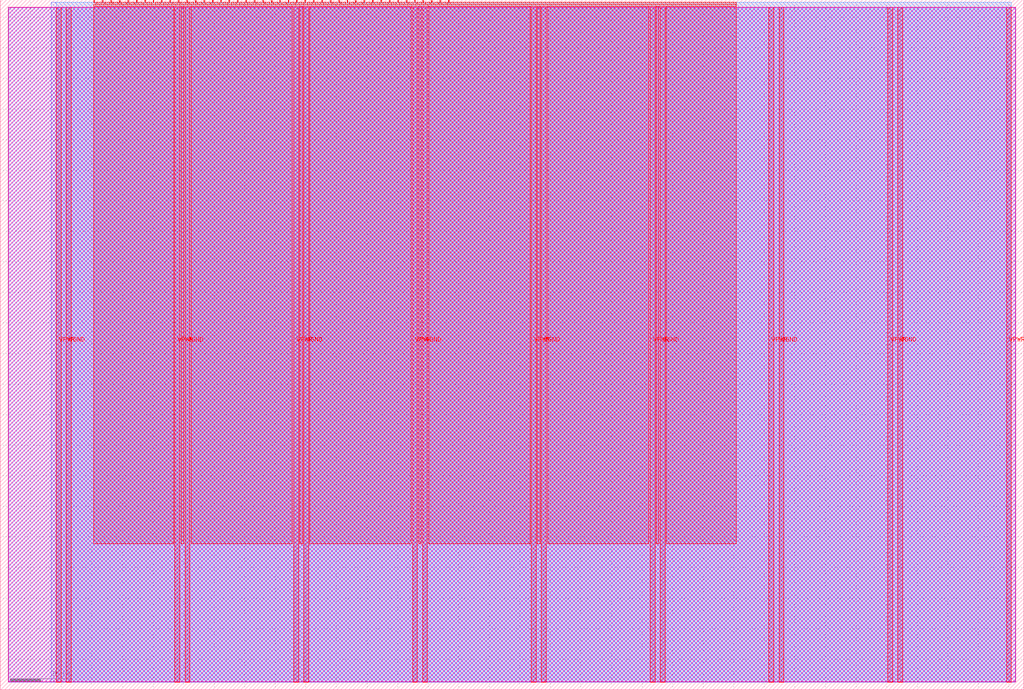
<source format=lef>
VERSION 5.7 ;
  NOWIREEXTENSIONATPIN ON ;
  DIVIDERCHAR "/" ;
  BUSBITCHARS "[]" ;
MACRO tt_um_romless_cordic_engine
  CLASS BLOCK ;
  FOREIGN tt_um_romless_cordic_engine ;
  ORIGIN 0.000 0.000 ;
  SIZE 334.880 BY 225.760 ;
  PIN VGND
    DIRECTION INOUT ;
    USE GROUND ;
    PORT
      LAYER met4 ;
        RECT 21.580 2.480 23.180 223.280 ;
    END
    PORT
      LAYER met4 ;
        RECT 60.450 2.480 62.050 223.280 ;
    END
    PORT
      LAYER met4 ;
        RECT 99.320 2.480 100.920 223.280 ;
    END
    PORT
      LAYER met4 ;
        RECT 138.190 2.480 139.790 223.280 ;
    END
    PORT
      LAYER met4 ;
        RECT 177.060 2.480 178.660 223.280 ;
    END
    PORT
      LAYER met4 ;
        RECT 215.930 2.480 217.530 223.280 ;
    END
    PORT
      LAYER met4 ;
        RECT 254.800 2.480 256.400 223.280 ;
    END
    PORT
      LAYER met4 ;
        RECT 293.670 2.480 295.270 223.280 ;
    END
  END VGND
  PIN VPWR
    DIRECTION INOUT ;
    USE POWER ;
    PORT
      LAYER met4 ;
        RECT 18.280 2.480 19.880 223.280 ;
    END
    PORT
      LAYER met4 ;
        RECT 57.150 2.480 58.750 223.280 ;
    END
    PORT
      LAYER met4 ;
        RECT 96.020 2.480 97.620 223.280 ;
    END
    PORT
      LAYER met4 ;
        RECT 134.890 2.480 136.490 223.280 ;
    END
    PORT
      LAYER met4 ;
        RECT 173.760 2.480 175.360 223.280 ;
    END
    PORT
      LAYER met4 ;
        RECT 212.630 2.480 214.230 223.280 ;
    END
    PORT
      LAYER met4 ;
        RECT 251.500 2.480 253.100 223.280 ;
    END
    PORT
      LAYER met4 ;
        RECT 290.370 2.480 291.970 223.280 ;
    END
    PORT
      LAYER met4 ;
        RECT 329.240 2.480 330.840 223.280 ;
    END
  END VPWR
  PIN clk
    DIRECTION INPUT ;
    USE SIGNAL ;
    ANTENNAGATEAREA 1.286700 ;
    ANTENNADIFFAREA 0.434700 ;
    PORT
      LAYER met4 ;
        RECT 143.830 224.760 144.130 225.760 ;
    END
  END clk
  PIN ena
    DIRECTION INPUT ;
    USE SIGNAL ;
    PORT
      LAYER met4 ;
        RECT 146.590 224.760 146.890 225.760 ;
    END
  END ena
  PIN rst_n
    DIRECTION INPUT ;
    USE SIGNAL ;
    ANTENNAGATEAREA 0.631200 ;
    ANTENNADIFFAREA 0.434700 ;
    PORT
      LAYER met4 ;
        RECT 141.070 224.760 141.370 225.760 ;
    END
  END rst_n
  PIN ui_in[0]
    DIRECTION INPUT ;
    USE SIGNAL ;
    ANTENNAGATEAREA 0.631200 ;
    ANTENNADIFFAREA 0.434700 ;
    PORT
      LAYER met4 ;
        RECT 138.310 224.760 138.610 225.760 ;
    END
  END ui_in[0]
  PIN ui_in[1]
    DIRECTION INPUT ;
    USE SIGNAL ;
    ANTENNAGATEAREA 0.560700 ;
    ANTENNADIFFAREA 0.434700 ;
    PORT
      LAYER met4 ;
        RECT 135.550 224.760 135.850 225.760 ;
    END
  END ui_in[1]
  PIN ui_in[2]
    DIRECTION INPUT ;
    USE SIGNAL ;
    ANTENNAGATEAREA 0.631200 ;
    ANTENNADIFFAREA 0.434700 ;
    PORT
      LAYER met4 ;
        RECT 132.790 224.760 133.090 225.760 ;
    END
  END ui_in[2]
  PIN ui_in[3]
    DIRECTION INPUT ;
    USE SIGNAL ;
    PORT
      LAYER met4 ;
        RECT 130.030 224.760 130.330 225.760 ;
    END
  END ui_in[3]
  PIN ui_in[4]
    DIRECTION INPUT ;
    USE SIGNAL ;
    PORT
      LAYER met4 ;
        RECT 127.270 224.760 127.570 225.760 ;
    END
  END ui_in[4]
  PIN ui_in[5]
    DIRECTION INPUT ;
    USE SIGNAL ;
    PORT
      LAYER met4 ;
        RECT 124.510 224.760 124.810 225.760 ;
    END
  END ui_in[5]
  PIN ui_in[6]
    DIRECTION INPUT ;
    USE SIGNAL ;
    PORT
      LAYER met4 ;
        RECT 121.750 224.760 122.050 225.760 ;
    END
  END ui_in[6]
  PIN ui_in[7]
    DIRECTION INPUT ;
    USE SIGNAL ;
    PORT
      LAYER met4 ;
        RECT 118.990 224.760 119.290 225.760 ;
    END
  END ui_in[7]
  PIN uio_in[0]
    DIRECTION INPUT ;
    USE SIGNAL ;
    PORT
      LAYER met4 ;
        RECT 116.230 224.760 116.530 225.760 ;
    END
  END uio_in[0]
  PIN uio_in[1]
    DIRECTION INPUT ;
    USE SIGNAL ;
    PORT
      LAYER met4 ;
        RECT 113.470 224.760 113.770 225.760 ;
    END
  END uio_in[1]
  PIN uio_in[2]
    DIRECTION INPUT ;
    USE SIGNAL ;
    PORT
      LAYER met4 ;
        RECT 110.710 224.760 111.010 225.760 ;
    END
  END uio_in[2]
  PIN uio_in[3]
    DIRECTION INPUT ;
    USE SIGNAL ;
    PORT
      LAYER met4 ;
        RECT 107.950 224.760 108.250 225.760 ;
    END
  END uio_in[3]
  PIN uio_in[4]
    DIRECTION INPUT ;
    USE SIGNAL ;
    PORT
      LAYER met4 ;
        RECT 105.190 224.760 105.490 225.760 ;
    END
  END uio_in[4]
  PIN uio_in[5]
    DIRECTION INPUT ;
    USE SIGNAL ;
    PORT
      LAYER met4 ;
        RECT 102.430 224.760 102.730 225.760 ;
    END
  END uio_in[5]
  PIN uio_in[6]
    DIRECTION INPUT ;
    USE SIGNAL ;
    PORT
      LAYER met4 ;
        RECT 99.670 224.760 99.970 225.760 ;
    END
  END uio_in[6]
  PIN uio_in[7]
    DIRECTION INPUT ;
    USE SIGNAL ;
    PORT
      LAYER met4 ;
        RECT 96.910 224.760 97.210 225.760 ;
    END
  END uio_in[7]
  PIN uio_oe[0]
    DIRECTION OUTPUT ;
    USE SIGNAL ;
    PORT
      LAYER met4 ;
        RECT 49.990 224.760 50.290 225.760 ;
    END
  END uio_oe[0]
  PIN uio_oe[1]
    DIRECTION OUTPUT ;
    USE SIGNAL ;
    PORT
      LAYER met4 ;
        RECT 47.230 224.760 47.530 225.760 ;
    END
  END uio_oe[1]
  PIN uio_oe[2]
    DIRECTION OUTPUT ;
    USE SIGNAL ;
    PORT
      LAYER met4 ;
        RECT 44.470 224.760 44.770 225.760 ;
    END
  END uio_oe[2]
  PIN uio_oe[3]
    DIRECTION OUTPUT ;
    USE SIGNAL ;
    PORT
      LAYER met4 ;
        RECT 41.710 224.760 42.010 225.760 ;
    END
  END uio_oe[3]
  PIN uio_oe[4]
    DIRECTION OUTPUT ;
    USE SIGNAL ;
    PORT
      LAYER met4 ;
        RECT 38.950 224.760 39.250 225.760 ;
    END
  END uio_oe[4]
  PIN uio_oe[5]
    DIRECTION OUTPUT ;
    USE SIGNAL ;
    PORT
      LAYER met4 ;
        RECT 36.190 224.760 36.490 225.760 ;
    END
  END uio_oe[5]
  PIN uio_oe[6]
    DIRECTION OUTPUT ;
    USE SIGNAL ;
    PORT
      LAYER met4 ;
        RECT 33.430 224.760 33.730 225.760 ;
    END
  END uio_oe[6]
  PIN uio_oe[7]
    DIRECTION OUTPUT ;
    USE SIGNAL ;
    PORT
      LAYER met4 ;
        RECT 30.670 224.760 30.970 225.760 ;
    END
  END uio_oe[7]
  PIN uio_out[0]
    DIRECTION OUTPUT ;
    USE SIGNAL ;
    PORT
      LAYER met4 ;
        RECT 72.070 224.760 72.370 225.760 ;
    END
  END uio_out[0]
  PIN uio_out[1]
    DIRECTION OUTPUT ;
    USE SIGNAL ;
    PORT
      LAYER met4 ;
        RECT 69.310 224.760 69.610 225.760 ;
    END
  END uio_out[1]
  PIN uio_out[2]
    DIRECTION OUTPUT ;
    USE SIGNAL ;
    PORT
      LAYER met4 ;
        RECT 66.550 224.760 66.850 225.760 ;
    END
  END uio_out[2]
  PIN uio_out[3]
    DIRECTION OUTPUT ;
    USE SIGNAL ;
    PORT
      LAYER met4 ;
        RECT 63.790 224.760 64.090 225.760 ;
    END
  END uio_out[3]
  PIN uio_out[4]
    DIRECTION OUTPUT ;
    USE SIGNAL ;
    PORT
      LAYER met4 ;
        RECT 61.030 224.760 61.330 225.760 ;
    END
  END uio_out[4]
  PIN uio_out[5]
    DIRECTION OUTPUT ;
    USE SIGNAL ;
    PORT
      LAYER met4 ;
        RECT 58.270 224.760 58.570 225.760 ;
    END
  END uio_out[5]
  PIN uio_out[6]
    DIRECTION OUTPUT ;
    USE SIGNAL ;
    PORT
      LAYER met4 ;
        RECT 55.510 224.760 55.810 225.760 ;
    END
  END uio_out[6]
  PIN uio_out[7]
    DIRECTION OUTPUT ;
    USE SIGNAL ;
    PORT
      LAYER met4 ;
        RECT 52.750 224.760 53.050 225.760 ;
    END
  END uio_out[7]
  PIN uo_out[0]
    DIRECTION OUTPUT ;
    USE SIGNAL ;
    ANTENNADIFFAREA 0.795200 ;
    PORT
      LAYER met4 ;
        RECT 94.150 224.760 94.450 225.760 ;
    END
  END uo_out[0]
  PIN uo_out[1]
    DIRECTION OUTPUT ;
    USE SIGNAL ;
    ANTENNADIFFAREA 0.795200 ;
    PORT
      LAYER met4 ;
        RECT 91.390 224.760 91.690 225.760 ;
    END
  END uo_out[1]
  PIN uo_out[2]
    DIRECTION OUTPUT ;
    USE SIGNAL ;
    PORT
      LAYER met4 ;
        RECT 88.630 224.760 88.930 225.760 ;
    END
  END uo_out[2]
  PIN uo_out[3]
    DIRECTION OUTPUT ;
    USE SIGNAL ;
    PORT
      LAYER met4 ;
        RECT 85.870 224.760 86.170 225.760 ;
    END
  END uo_out[3]
  PIN uo_out[4]
    DIRECTION OUTPUT ;
    USE SIGNAL ;
    PORT
      LAYER met4 ;
        RECT 83.110 224.760 83.410 225.760 ;
    END
  END uo_out[4]
  PIN uo_out[5]
    DIRECTION OUTPUT ;
    USE SIGNAL ;
    PORT
      LAYER met4 ;
        RECT 80.350 224.760 80.650 225.760 ;
    END
  END uo_out[5]
  PIN uo_out[6]
    DIRECTION OUTPUT ;
    USE SIGNAL ;
    PORT
      LAYER met4 ;
        RECT 77.590 224.760 77.890 225.760 ;
    END
  END uo_out[6]
  PIN uo_out[7]
    DIRECTION OUTPUT ;
    USE SIGNAL ;
    PORT
      LAYER met4 ;
        RECT 74.830 224.760 75.130 225.760 ;
    END
  END uo_out[7]
  OBS
      LAYER nwell ;
        RECT 2.570 2.635 332.310 223.230 ;
      LAYER li1 ;
        RECT 2.760 2.635 332.120 223.125 ;
      LAYER met1 ;
        RECT 2.760 2.480 332.120 223.280 ;
      LAYER met2 ;
        RECT 16.660 2.535 330.810 224.925 ;
      LAYER met3 ;
        RECT 18.290 2.555 330.830 224.905 ;
      LAYER met4 ;
        RECT 31.370 224.360 33.030 224.905 ;
        RECT 34.130 224.360 35.790 224.905 ;
        RECT 36.890 224.360 38.550 224.905 ;
        RECT 39.650 224.360 41.310 224.905 ;
        RECT 42.410 224.360 44.070 224.905 ;
        RECT 45.170 224.360 46.830 224.905 ;
        RECT 47.930 224.360 49.590 224.905 ;
        RECT 50.690 224.360 52.350 224.905 ;
        RECT 53.450 224.360 55.110 224.905 ;
        RECT 56.210 224.360 57.870 224.905 ;
        RECT 58.970 224.360 60.630 224.905 ;
        RECT 61.730 224.360 63.390 224.905 ;
        RECT 64.490 224.360 66.150 224.905 ;
        RECT 67.250 224.360 68.910 224.905 ;
        RECT 70.010 224.360 71.670 224.905 ;
        RECT 72.770 224.360 74.430 224.905 ;
        RECT 75.530 224.360 77.190 224.905 ;
        RECT 78.290 224.360 79.950 224.905 ;
        RECT 81.050 224.360 82.710 224.905 ;
        RECT 83.810 224.360 85.470 224.905 ;
        RECT 86.570 224.360 88.230 224.905 ;
        RECT 89.330 224.360 90.990 224.905 ;
        RECT 92.090 224.360 93.750 224.905 ;
        RECT 94.850 224.360 96.510 224.905 ;
        RECT 97.610 224.360 99.270 224.905 ;
        RECT 100.370 224.360 102.030 224.905 ;
        RECT 103.130 224.360 104.790 224.905 ;
        RECT 105.890 224.360 107.550 224.905 ;
        RECT 108.650 224.360 110.310 224.905 ;
        RECT 111.410 224.360 113.070 224.905 ;
        RECT 114.170 224.360 115.830 224.905 ;
        RECT 116.930 224.360 118.590 224.905 ;
        RECT 119.690 224.360 121.350 224.905 ;
        RECT 122.450 224.360 124.110 224.905 ;
        RECT 125.210 224.360 126.870 224.905 ;
        RECT 127.970 224.360 129.630 224.905 ;
        RECT 130.730 224.360 132.390 224.905 ;
        RECT 133.490 224.360 135.150 224.905 ;
        RECT 136.250 224.360 137.910 224.905 ;
        RECT 139.010 224.360 140.670 224.905 ;
        RECT 141.770 224.360 143.430 224.905 ;
        RECT 144.530 224.360 146.190 224.905 ;
        RECT 147.290 224.360 240.745 224.905 ;
        RECT 30.655 223.680 240.745 224.360 ;
        RECT 30.655 47.775 56.750 223.680 ;
        RECT 59.150 47.775 60.050 223.680 ;
        RECT 62.450 47.775 95.620 223.680 ;
        RECT 98.020 47.775 98.920 223.680 ;
        RECT 101.320 47.775 134.490 223.680 ;
        RECT 136.890 47.775 137.790 223.680 ;
        RECT 140.190 47.775 173.360 223.680 ;
        RECT 175.760 47.775 176.660 223.680 ;
        RECT 179.060 47.775 212.230 223.680 ;
        RECT 214.630 47.775 215.530 223.680 ;
        RECT 217.930 47.775 240.745 223.680 ;
  END
END tt_um_romless_cordic_engine
END LIBRARY


</source>
